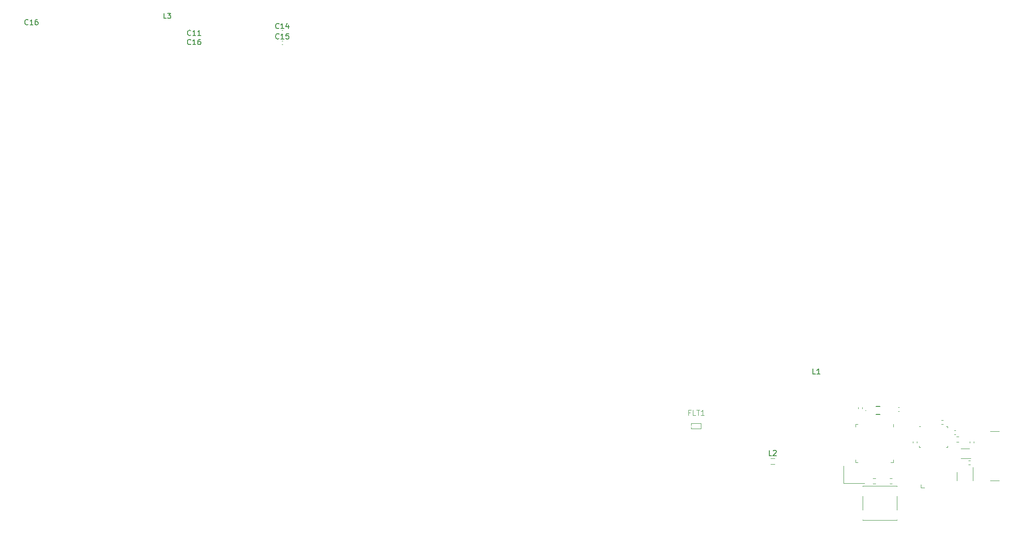
<source format=gbr>
%TF.GenerationSoftware,KiCad,Pcbnew,7.0.8*%
%TF.CreationDate,2024-02-19T13:09:21+00:00*%
%TF.ProjectId,HW_MoveCritic_KiCad_Project,48575f4d-6f76-4654-9372-697469635f4b,rev?*%
%TF.SameCoordinates,Original*%
%TF.FileFunction,Legend,Top*%
%TF.FilePolarity,Positive*%
%FSLAX46Y46*%
G04 Gerber Fmt 4.6, Leading zero omitted, Abs format (unit mm)*
G04 Created by KiCad (PCBNEW 7.0.8) date 2024-02-19 13:09:21*
%MOMM*%
%LPD*%
G01*
G04 APERTURE LIST*
%ADD10C,0.150000*%
%ADD11C,0.100000*%
%ADD12C,0.120000*%
%ADD13C,0.200000*%
G04 APERTURE END LIST*
D10*
X130558333Y-100604819D02*
X130082143Y-100604819D01*
X130082143Y-100604819D02*
X130082143Y-99604819D01*
X130844048Y-99700057D02*
X130891667Y-99652438D01*
X130891667Y-99652438D02*
X130986905Y-99604819D01*
X130986905Y-99604819D02*
X131225000Y-99604819D01*
X131225000Y-99604819D02*
X131320238Y-99652438D01*
X131320238Y-99652438D02*
X131367857Y-99700057D01*
X131367857Y-99700057D02*
X131415476Y-99795295D01*
X131415476Y-99795295D02*
X131415476Y-99890533D01*
X131415476Y-99890533D02*
X131367857Y-100033390D01*
X131367857Y-100033390D02*
X130796429Y-100604819D01*
X130796429Y-100604819D02*
X131415476Y-100604819D01*
X15223333Y-17257319D02*
X14747143Y-17257319D01*
X14747143Y-17257319D02*
X14747143Y-16257319D01*
X15461429Y-16257319D02*
X16080476Y-16257319D01*
X16080476Y-16257319D02*
X15747143Y-16638271D01*
X15747143Y-16638271D02*
X15890000Y-16638271D01*
X15890000Y-16638271D02*
X15985238Y-16685890D01*
X15985238Y-16685890D02*
X16032857Y-16733509D01*
X16032857Y-16733509D02*
X16080476Y-16828747D01*
X16080476Y-16828747D02*
X16080476Y-17066842D01*
X16080476Y-17066842D02*
X16032857Y-17162080D01*
X16032857Y-17162080D02*
X15985238Y-17209700D01*
X15985238Y-17209700D02*
X15890000Y-17257319D01*
X15890000Y-17257319D02*
X15604286Y-17257319D01*
X15604286Y-17257319D02*
X15509048Y-17209700D01*
X15509048Y-17209700D02*
X15461429Y-17162080D01*
X36677142Y-21082080D02*
X36629523Y-21129700D01*
X36629523Y-21129700D02*
X36486666Y-21177319D01*
X36486666Y-21177319D02*
X36391428Y-21177319D01*
X36391428Y-21177319D02*
X36248571Y-21129700D01*
X36248571Y-21129700D02*
X36153333Y-21034461D01*
X36153333Y-21034461D02*
X36105714Y-20939223D01*
X36105714Y-20939223D02*
X36058095Y-20748747D01*
X36058095Y-20748747D02*
X36058095Y-20605890D01*
X36058095Y-20605890D02*
X36105714Y-20415414D01*
X36105714Y-20415414D02*
X36153333Y-20320176D01*
X36153333Y-20320176D02*
X36248571Y-20224938D01*
X36248571Y-20224938D02*
X36391428Y-20177319D01*
X36391428Y-20177319D02*
X36486666Y-20177319D01*
X36486666Y-20177319D02*
X36629523Y-20224938D01*
X36629523Y-20224938D02*
X36677142Y-20272557D01*
X37629523Y-21177319D02*
X37058095Y-21177319D01*
X37343809Y-21177319D02*
X37343809Y-20177319D01*
X37343809Y-20177319D02*
X37248571Y-20320176D01*
X37248571Y-20320176D02*
X37153333Y-20415414D01*
X37153333Y-20415414D02*
X37058095Y-20463033D01*
X38534285Y-20177319D02*
X38058095Y-20177319D01*
X38058095Y-20177319D02*
X38010476Y-20653509D01*
X38010476Y-20653509D02*
X38058095Y-20605890D01*
X38058095Y-20605890D02*
X38153333Y-20558271D01*
X38153333Y-20558271D02*
X38391428Y-20558271D01*
X38391428Y-20558271D02*
X38486666Y-20605890D01*
X38486666Y-20605890D02*
X38534285Y-20653509D01*
X38534285Y-20653509D02*
X38581904Y-20748747D01*
X38581904Y-20748747D02*
X38581904Y-20986842D01*
X38581904Y-20986842D02*
X38534285Y-21082080D01*
X38534285Y-21082080D02*
X38486666Y-21129700D01*
X38486666Y-21129700D02*
X38391428Y-21177319D01*
X38391428Y-21177319D02*
X38153333Y-21177319D01*
X38153333Y-21177319D02*
X38058095Y-21129700D01*
X38058095Y-21129700D02*
X38010476Y-21082080D01*
X19877142Y-22172080D02*
X19829523Y-22219700D01*
X19829523Y-22219700D02*
X19686666Y-22267319D01*
X19686666Y-22267319D02*
X19591428Y-22267319D01*
X19591428Y-22267319D02*
X19448571Y-22219700D01*
X19448571Y-22219700D02*
X19353333Y-22124461D01*
X19353333Y-22124461D02*
X19305714Y-22029223D01*
X19305714Y-22029223D02*
X19258095Y-21838747D01*
X19258095Y-21838747D02*
X19258095Y-21695890D01*
X19258095Y-21695890D02*
X19305714Y-21505414D01*
X19305714Y-21505414D02*
X19353333Y-21410176D01*
X19353333Y-21410176D02*
X19448571Y-21314938D01*
X19448571Y-21314938D02*
X19591428Y-21267319D01*
X19591428Y-21267319D02*
X19686666Y-21267319D01*
X19686666Y-21267319D02*
X19829523Y-21314938D01*
X19829523Y-21314938D02*
X19877142Y-21362557D01*
X20829523Y-22267319D02*
X20258095Y-22267319D01*
X20543809Y-22267319D02*
X20543809Y-21267319D01*
X20543809Y-21267319D02*
X20448571Y-21410176D01*
X20448571Y-21410176D02*
X20353333Y-21505414D01*
X20353333Y-21505414D02*
X20258095Y-21553033D01*
X21686666Y-21267319D02*
X21496190Y-21267319D01*
X21496190Y-21267319D02*
X21400952Y-21314938D01*
X21400952Y-21314938D02*
X21353333Y-21362557D01*
X21353333Y-21362557D02*
X21258095Y-21505414D01*
X21258095Y-21505414D02*
X21210476Y-21695890D01*
X21210476Y-21695890D02*
X21210476Y-22076842D01*
X21210476Y-22076842D02*
X21258095Y-22172080D01*
X21258095Y-22172080D02*
X21305714Y-22219700D01*
X21305714Y-22219700D02*
X21400952Y-22267319D01*
X21400952Y-22267319D02*
X21591428Y-22267319D01*
X21591428Y-22267319D02*
X21686666Y-22219700D01*
X21686666Y-22219700D02*
X21734285Y-22172080D01*
X21734285Y-22172080D02*
X21781904Y-22076842D01*
X21781904Y-22076842D02*
X21781904Y-21838747D01*
X21781904Y-21838747D02*
X21734285Y-21743509D01*
X21734285Y-21743509D02*
X21686666Y-21695890D01*
X21686666Y-21695890D02*
X21591428Y-21648271D01*
X21591428Y-21648271D02*
X21400952Y-21648271D01*
X21400952Y-21648271D02*
X21305714Y-21695890D01*
X21305714Y-21695890D02*
X21258095Y-21743509D01*
X21258095Y-21743509D02*
X21210476Y-21838747D01*
X19877142Y-20422080D02*
X19829523Y-20469700D01*
X19829523Y-20469700D02*
X19686666Y-20517319D01*
X19686666Y-20517319D02*
X19591428Y-20517319D01*
X19591428Y-20517319D02*
X19448571Y-20469700D01*
X19448571Y-20469700D02*
X19353333Y-20374461D01*
X19353333Y-20374461D02*
X19305714Y-20279223D01*
X19305714Y-20279223D02*
X19258095Y-20088747D01*
X19258095Y-20088747D02*
X19258095Y-19945890D01*
X19258095Y-19945890D02*
X19305714Y-19755414D01*
X19305714Y-19755414D02*
X19353333Y-19660176D01*
X19353333Y-19660176D02*
X19448571Y-19564938D01*
X19448571Y-19564938D02*
X19591428Y-19517319D01*
X19591428Y-19517319D02*
X19686666Y-19517319D01*
X19686666Y-19517319D02*
X19829523Y-19564938D01*
X19829523Y-19564938D02*
X19877142Y-19612557D01*
X20829523Y-20517319D02*
X20258095Y-20517319D01*
X20543809Y-20517319D02*
X20543809Y-19517319D01*
X20543809Y-19517319D02*
X20448571Y-19660176D01*
X20448571Y-19660176D02*
X20353333Y-19755414D01*
X20353333Y-19755414D02*
X20258095Y-19803033D01*
X21781904Y-20517319D02*
X21210476Y-20517319D01*
X21496190Y-20517319D02*
X21496190Y-19517319D01*
X21496190Y-19517319D02*
X21400952Y-19660176D01*
X21400952Y-19660176D02*
X21305714Y-19755414D01*
X21305714Y-19755414D02*
X21210476Y-19803033D01*
X-11117857Y-18379580D02*
X-11165476Y-18427200D01*
X-11165476Y-18427200D02*
X-11308333Y-18474819D01*
X-11308333Y-18474819D02*
X-11403571Y-18474819D01*
X-11403571Y-18474819D02*
X-11546428Y-18427200D01*
X-11546428Y-18427200D02*
X-11641666Y-18331961D01*
X-11641666Y-18331961D02*
X-11689285Y-18236723D01*
X-11689285Y-18236723D02*
X-11736904Y-18046247D01*
X-11736904Y-18046247D02*
X-11736904Y-17903390D01*
X-11736904Y-17903390D02*
X-11689285Y-17712914D01*
X-11689285Y-17712914D02*
X-11641666Y-17617676D01*
X-11641666Y-17617676D02*
X-11546428Y-17522438D01*
X-11546428Y-17522438D02*
X-11403571Y-17474819D01*
X-11403571Y-17474819D02*
X-11308333Y-17474819D01*
X-11308333Y-17474819D02*
X-11165476Y-17522438D01*
X-11165476Y-17522438D02*
X-11117857Y-17570057D01*
X-10165476Y-18474819D02*
X-10736904Y-18474819D01*
X-10451190Y-18474819D02*
X-10451190Y-17474819D01*
X-10451190Y-17474819D02*
X-10546428Y-17617676D01*
X-10546428Y-17617676D02*
X-10641666Y-17712914D01*
X-10641666Y-17712914D02*
X-10736904Y-17760533D01*
X-9308333Y-17474819D02*
X-9498809Y-17474819D01*
X-9498809Y-17474819D02*
X-9594047Y-17522438D01*
X-9594047Y-17522438D02*
X-9641666Y-17570057D01*
X-9641666Y-17570057D02*
X-9736904Y-17712914D01*
X-9736904Y-17712914D02*
X-9784523Y-17903390D01*
X-9784523Y-17903390D02*
X-9784523Y-18284342D01*
X-9784523Y-18284342D02*
X-9736904Y-18379580D01*
X-9736904Y-18379580D02*
X-9689285Y-18427200D01*
X-9689285Y-18427200D02*
X-9594047Y-18474819D01*
X-9594047Y-18474819D02*
X-9403571Y-18474819D01*
X-9403571Y-18474819D02*
X-9308333Y-18427200D01*
X-9308333Y-18427200D02*
X-9260714Y-18379580D01*
X-9260714Y-18379580D02*
X-9213095Y-18284342D01*
X-9213095Y-18284342D02*
X-9213095Y-18046247D01*
X-9213095Y-18046247D02*
X-9260714Y-17951009D01*
X-9260714Y-17951009D02*
X-9308333Y-17903390D01*
X-9308333Y-17903390D02*
X-9403571Y-17855771D01*
X-9403571Y-17855771D02*
X-9594047Y-17855771D01*
X-9594047Y-17855771D02*
X-9689285Y-17903390D01*
X-9689285Y-17903390D02*
X-9736904Y-17951009D01*
X-9736904Y-17951009D02*
X-9784523Y-18046247D01*
X138893333Y-85054819D02*
X138417143Y-85054819D01*
X138417143Y-85054819D02*
X138417143Y-84054819D01*
X139750476Y-85054819D02*
X139179048Y-85054819D01*
X139464762Y-85054819D02*
X139464762Y-84054819D01*
X139464762Y-84054819D02*
X139369524Y-84197676D01*
X139369524Y-84197676D02*
X139274286Y-84292914D01*
X139274286Y-84292914D02*
X139179048Y-84340533D01*
X36677142Y-19112080D02*
X36629523Y-19159700D01*
X36629523Y-19159700D02*
X36486666Y-19207319D01*
X36486666Y-19207319D02*
X36391428Y-19207319D01*
X36391428Y-19207319D02*
X36248571Y-19159700D01*
X36248571Y-19159700D02*
X36153333Y-19064461D01*
X36153333Y-19064461D02*
X36105714Y-18969223D01*
X36105714Y-18969223D02*
X36058095Y-18778747D01*
X36058095Y-18778747D02*
X36058095Y-18635890D01*
X36058095Y-18635890D02*
X36105714Y-18445414D01*
X36105714Y-18445414D02*
X36153333Y-18350176D01*
X36153333Y-18350176D02*
X36248571Y-18254938D01*
X36248571Y-18254938D02*
X36391428Y-18207319D01*
X36391428Y-18207319D02*
X36486666Y-18207319D01*
X36486666Y-18207319D02*
X36629523Y-18254938D01*
X36629523Y-18254938D02*
X36677142Y-18302557D01*
X37629523Y-19207319D02*
X37058095Y-19207319D01*
X37343809Y-19207319D02*
X37343809Y-18207319D01*
X37343809Y-18207319D02*
X37248571Y-18350176D01*
X37248571Y-18350176D02*
X37153333Y-18445414D01*
X37153333Y-18445414D02*
X37058095Y-18493033D01*
X38486666Y-18540652D02*
X38486666Y-19207319D01*
X38248571Y-18159700D02*
X38010476Y-18873985D01*
X38010476Y-18873985D02*
X38629523Y-18873985D01*
D11*
X115055952Y-92393609D02*
X114722619Y-92393609D01*
X114722619Y-92917419D02*
X114722619Y-91917419D01*
X114722619Y-91917419D02*
X115198809Y-91917419D01*
X116055952Y-92917419D02*
X115579762Y-92917419D01*
X115579762Y-92917419D02*
X115579762Y-91917419D01*
X116246429Y-91917419D02*
X116817857Y-91917419D01*
X116532143Y-92917419D02*
X116532143Y-91917419D01*
X117675000Y-92917419D02*
X117103572Y-92917419D01*
X117389286Y-92917419D02*
X117389286Y-91917419D01*
X117389286Y-91917419D02*
X117294048Y-92060276D01*
X117294048Y-92060276D02*
X117198810Y-92155514D01*
X117198810Y-92155514D02*
X117103572Y-92203133D01*
D12*
%TO.C,R10*%
X157420000Y-98203641D02*
X157420000Y-97896359D01*
X158180000Y-98203641D02*
X158180000Y-97896359D01*
%TO.C,U2*%
X168175000Y-99300000D02*
X166575000Y-99300000D01*
X166575000Y-101100000D02*
X168475000Y-101100000D01*
%TO.C,L2*%
X130325378Y-101140000D02*
X131124622Y-101140000D01*
X130325378Y-102260000D02*
X131124622Y-102260000D01*
D11*
%TO.C,X1*%
X148400000Y-92000000D02*
X148400000Y-92000000D01*
X148500000Y-92000000D02*
X148500000Y-92000000D01*
D13*
X150400000Y-91250000D02*
X151200000Y-91250000D01*
X150400000Y-92750000D02*
X151200000Y-92750000D01*
D11*
X148500000Y-92000000D02*
G75*
G03*
X148400000Y-92000000I-50000J0D01*
G01*
X148400000Y-92000000D02*
G75*
G03*
X148500000Y-92000000I50000J0D01*
G01*
D12*
%TO.C,R4*%
X168353641Y-102280000D02*
X168046359Y-102280000D01*
X168353641Y-101520000D02*
X168046359Y-101520000D01*
%TO.C,C15*%
X37212164Y-21522500D02*
X37427836Y-21522500D01*
X37212164Y-22242500D02*
X37427836Y-22242500D01*
%TO.C,R3*%
X168270000Y-98203641D02*
X168270000Y-97896359D01*
X169030000Y-98203641D02*
X169030000Y-97896359D01*
%TO.C,C13*%
X154612164Y-91440000D02*
X154827836Y-91440000D01*
X154612164Y-92160000D02*
X154827836Y-92160000D01*
%TO.C,J3*%
X173900000Y-105350000D02*
X172200000Y-105350000D01*
X173900000Y-96010000D02*
X172200000Y-96010000D01*
%TO.C,R8*%
X162896359Y-93820000D02*
X163203641Y-93820000D01*
X162896359Y-94580000D02*
X163203641Y-94580000D01*
%TO.C,R2*%
X153487258Y-105972500D02*
X153012742Y-105972500D01*
X153487258Y-104927500D02*
X153012742Y-104927500D01*
%TO.C,J2*%
X159010000Y-106760000D02*
X159010000Y-106125000D01*
X159645000Y-106760000D02*
X159010000Y-106760000D01*
%TO.C,SW1*%
X147920000Y-106420000D02*
X154380000Y-106420000D01*
X147920000Y-106450000D02*
X147920000Y-106420000D01*
X147920000Y-108350000D02*
X147920000Y-110950000D01*
X147920000Y-112880000D02*
X147920000Y-112850000D01*
X147920000Y-112880000D02*
X154380000Y-112880000D01*
X154380000Y-106420000D02*
X154380000Y-106450000D01*
X154380000Y-108350000D02*
X154380000Y-110950000D01*
X154380000Y-112880000D02*
X154380000Y-112850000D01*
%TO.C,U1*%
X146490000Y-94640000D02*
X146965000Y-94640000D01*
X153710000Y-95115000D02*
X153710000Y-94640000D01*
X146490000Y-95115000D02*
X146490000Y-94640000D01*
X153710000Y-101385000D02*
X153710000Y-101860000D01*
X146490000Y-101385000D02*
X146490000Y-101860000D01*
X153710000Y-101860000D02*
X153235000Y-101860000D01*
X146490000Y-101860000D02*
X146965000Y-101860000D01*
%TO.C,R6*%
X166187258Y-98022500D02*
X165712742Y-98022500D01*
X166187258Y-96977500D02*
X165712742Y-96977500D01*
%TO.C,R1*%
X149862742Y-104927500D02*
X150337258Y-104927500D01*
X149862742Y-105972500D02*
X150337258Y-105972500D01*
%TO.C,C14*%
X37212164Y-19552500D02*
X37427836Y-19552500D01*
X37212164Y-20272500D02*
X37427836Y-20272500D01*
%TO.C,R7*%
X165603641Y-96530000D02*
X165296359Y-96530000D01*
X165603641Y-95770000D02*
X165296359Y-95770000D01*
%TO.C,C12*%
X147760000Y-91422164D02*
X147760000Y-91637836D01*
X147040000Y-91422164D02*
X147040000Y-91637836D01*
D11*
%TO.C,FLT1*%
X115235000Y-94470000D02*
X117025000Y-94470000D01*
X115235000Y-94780000D02*
X115235000Y-94470000D01*
X115235000Y-95470000D02*
X115235000Y-95190000D01*
X117025000Y-94470000D02*
X117025000Y-95470000D01*
X117025000Y-95470000D02*
X115235000Y-95470000D01*
X115276231Y-94990000D02*
G75*
G03*
X115276231Y-94990000I-41231J0D01*
G01*
D12*
%TO.C,U5*%
X158640000Y-95040000D02*
X158900000Y-95040000D01*
X158640000Y-99060000D02*
X158640000Y-98800000D01*
X158640000Y-99060000D02*
X158900000Y-99060000D01*
X164060000Y-95040000D02*
X163800000Y-95040000D01*
X164060000Y-95040000D02*
X164060000Y-95300000D01*
X164060000Y-99060000D02*
X163800000Y-99060000D01*
X164060000Y-99060000D02*
X164060000Y-98800000D01*
%TO.C,X2*%
X144250000Y-102600000D02*
X144250000Y-105900000D01*
X144250000Y-105900000D02*
X148250000Y-105900000D01*
%TO.C,U3*%
X168910000Y-104600000D02*
X168910000Y-102800000D01*
X168910000Y-104600000D02*
X168910000Y-105400000D01*
X165790000Y-104600000D02*
X165790000Y-103800000D01*
X165790000Y-104600000D02*
X165790000Y-105400000D01*
%TD*%
M02*

</source>
